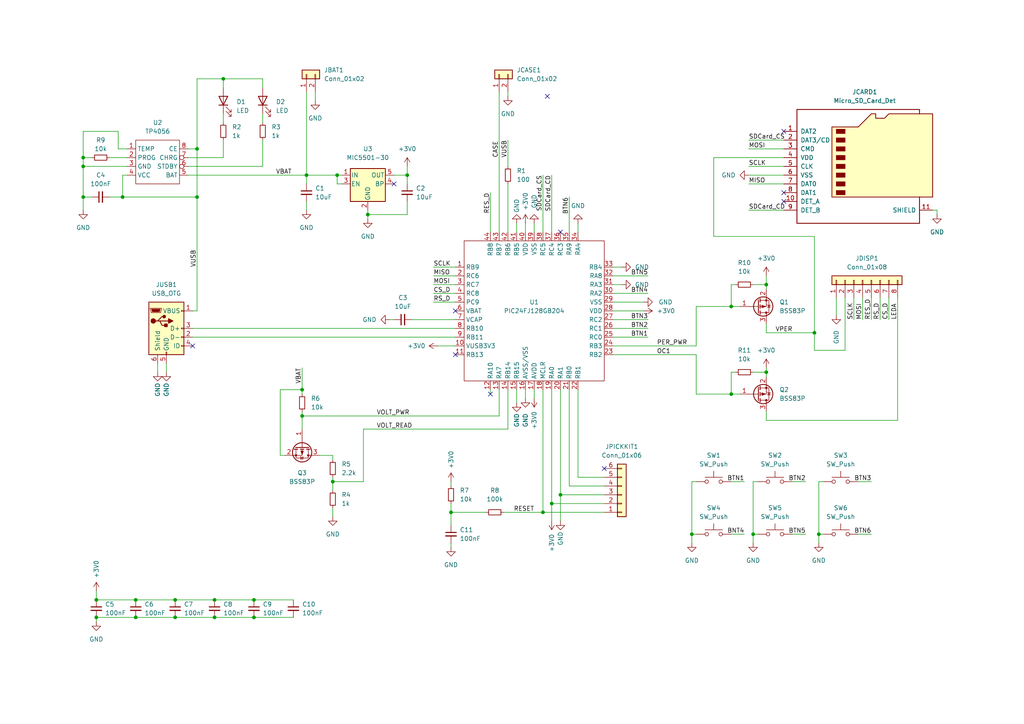
<source format=kicad_sch>
(kicad_sch (version 20211123) (generator eeschema)
  (paper "A4")
  (title_block (title "DataKey") (rev "1"))
  (lib_symbols
    (symbol "Connector:Micro_SD_Card_Det" (pin_names (offset 1.016))
      (property "Reference" "J" (at -16.51 17.78 0))
      (property "Value" "Micro_SD_Card_Det" (at 16.51 17.78 0))
      (symbol "Micro_SD_Card_Det_0_1"
        (rectangle (start -7.62 -6.985) (end -5.08 -8.255) (fill (type outline)))
        (rectangle (start -7.62 -4.445) (end -5.08 -5.715) (fill (type outline)))
        (rectangle (start -7.62 -1.905) (end -5.08 -3.175) (fill (type outline)))
        (rectangle (start -7.62 0.635) (end -5.08 -0.635) (fill (type outline)))
        (rectangle (start -7.62 3.175) (end -5.08 1.905) (fill (type outline)))
        (rectangle (start -7.62 5.715) (end -5.08 4.445) (fill (type outline)))
        (rectangle (start -7.62 8.255) (end -5.08 6.985) (fill (type outline)))
        (rectangle (start -7.62 10.795) (end -5.08 9.525) (fill (type outline)))
        (polyline (pts (xy 16.51 15.24) (xy 16.51 16.51) (xy -19.05 16.51) (xy -19.05 -16.51) (xy 16.51 -16.51) (xy 16.51 -8.89)) (stroke (width 0.254)))
        (polyline (pts (xy -8.89 -8.89) (xy -8.89 11.43) (xy -1.27 11.43) (xy 2.54 15.24) (xy 3.81 15.24) (xy 3.81 13.97) (xy 6.35 13.97) (xy 7.62 15.24) (xy 20.32 15.24) (xy 20.32 -8.89) (xy -8.89 -8.89)) (stroke (width 0.254)) (fill (type background)))
      )
      (symbol "Micro_SD_Card_Det_1_1"
        (pin bidirectional line (at -22.86 10.16 0) (length 3.81) (name "DAT2") (number "1"))
        (pin passive line (at -22.86 -10.16 0) (length 3.81) (name "DET_A") (number "10"))
        (pin passive line (at 20.32 -12.7 180) (length 3.81) (name "SHIELD") (number "11"))
        (pin bidirectional line (at -22.86 7.62 0) (length 3.81) (name "DAT3/CD") (number "2"))
        (pin input line (at -22.86 5.08 0) (length 3.81) (name "CMD") (number "3"))
        (pin power_in line (at -22.86 2.54 0) (length 3.81) (name "VDD") (number "4"))
        (pin input line (at -22.86 0 0) (length 3.81) (name "CLK") (number "5"))
        (pin power_in line (at -22.86 -2.54 0) (length 3.81) (name "VSS") (number "6"))
        (pin bidirectional line (at -22.86 -5.08 0) (length 3.81) (name "DAT0") (number "7"))
        (pin bidirectional line (at -22.86 -7.62 0) (length 3.81) (name "DAT1") (number "8"))
        (pin passive line (at -22.86 -12.7 0) (length 3.81) (name "DET_B") (number "9"))
      )
    )
    (symbol "Connector:USB_OTG" (pin_names (offset 1.016))
      (property "Reference" "J" (at -5.08 11.43 0))
      (property "Value" "USB_OTG" (at -5.08 8.89 0))
      (symbol "USB_OTG_0_1"
        (rectangle (start -5.08 -7.62) (end 5.08 7.62) (stroke (width 0.254)) (fill (type background)))
        (circle (center -3.81 2.159) (radius 0.635) (stroke (width 0.254)) (fill (type outline)))
        (circle (center -0.635 3.429) (radius 0.381) (stroke (width 0.254)) (fill (type outline)))
        (rectangle (start -0.127 -7.62) (end 0.127 -6.858))
        (polyline (pts (xy -1.905 2.159) (xy 0.635 2.159)) (stroke (width 0.254)))
        (polyline (pts (xy -3.175 2.159) (xy -2.54 2.159) (xy -1.27 3.429) (xy -0.635 3.429)) (stroke (width 0.254)))
        (polyline (pts (xy -2.54 2.159) (xy -1.905 2.159) (xy -1.27 0.889) (xy 0 0.889)) (stroke (width 0.254)))
        (polyline (pts (xy 0.635 2.794) (xy 0.635 1.524) (xy 1.905 2.159) (xy 0.635 2.794)) (stroke (width 0.254)) (fill (type outline)))
        (polyline (pts (xy -4.318 5.588) (xy -1.778 5.588) (xy -2.032 4.826) (xy -4.064 4.826) (xy -4.318 5.588)) (fill (type outline)))
        (polyline (pts (xy -4.699 5.842) (xy -4.699 5.588) (xy -4.445 4.826) (xy -4.445 4.572) (xy -1.651 4.572) (xy -1.651 4.826) (xy -1.397 5.588) (xy -1.397 5.842) (xy -4.699 5.842)))
        (rectangle (start 0.254 1.27) (end -0.508 0.508) (stroke (width 0.254)) (fill (type outline)))
        (rectangle (start 5.08 -5.207) (end 4.318 -4.953))
        (rectangle (start 5.08 -2.667) (end 4.318 -2.413))
        (rectangle (start 5.08 -0.127) (end 4.318 0.127))
        (rectangle (start 5.08 4.953) (end 4.318 5.207))
      )
      (symbol "USB_OTG_1_1"
        (pin passive line (at 7.62 5.08 180) (length 2.54) (name "VBUS") (number "1"))
        (pin bidirectional line (at 7.62 -2.54 180) (length 2.54) (name "D-") (number "2"))
        (pin bidirectional line (at 7.62 0 180) (length 2.54) (name "D+") (number "3"))
        (pin passive line (at 7.62 -5.08 180) (length 2.54) (name "ID") (number "4"))
        (pin passive line (at 0 -10.16 90) (length 2.54) (name "GND") (number "5"))
        (pin passive line (at -2.54 -10.16 90) (length 2.54) (name "Shield") (number "6"))
      )
    )
    (symbol "Connector_Generic:Conn_01x02" (pin_names (offset 1.016) hide)
      (property "Reference" "J" (at 0 2.54 0))
      (property "Value" "Conn_01x02" (at 0 -5.08 0))
      (symbol "Conn_01x02_1_1"
        (rectangle (start -1.27 -2.413) (end 0 -2.667) (stroke (width 0.1524)))
        (rectangle (start -1.27 0.127) (end 0 -0.127) (stroke (width 0.1524)))
        (rectangle (start -1.27 1.27) (end 1.27 -3.81) (stroke (width 0.254)) (fill (type background)))
        (pin passive line (at -5.08 0 0) (length 3.81) (name "Pin_1") (number "1"))
        (pin passive line (at -5.08 -2.54 0) (length 3.81) (name "Pin_2") (number "2"))
      )
    )
    (symbol "Connector_Generic:Conn_01x06" (pin_names (offset 1.016) hide)
      (property "Reference" "J" (at 0 7.62 0))
      (property "Value" "Conn_01x06" (at 0 -10.16 0))
      (symbol "Conn_01x06_1_1"
        (rectangle (start -1.27 -7.493) (end 0 -7.747) (stroke (width 0.1524)))
        (rectangle (start -1.27 -4.953) (end 0 -5.207) (stroke (width 0.1524)))
        (rectangle (start -1.27 -2.413) (end 0 -2.667) (stroke (width 0.1524)))
        (rectangle (start -1.27 0.127) (end 0 -0.127) (stroke (width 0.1524)))
        (rectangle (start -1.27 2.667) (end 0 2.413) (stroke (width 0.1524)))
        (rectangle (start -1.27 5.207) (end 0 4.953) (stroke (width 0.1524)))
        (rectangle (start -1.27 6.35) (end 1.27 -8.89) (stroke (width 0.254)) (fill (type background)))
        (pin passive line (at -5.08 5.08 0) (length 3.81) (name "Pin_1") (number "1"))
        (pin passive line (at -5.08 2.54 0) (length 3.81) (name "Pin_2") (number "2"))
        (pin passive line (at -5.08 0 0) (length 3.81) (name "Pin_3") (number "3"))
        (pin passive line (at -5.08 -2.54 0) (length 3.81) (name "Pin_4") (number "4"))
        (pin passive line (at -5.08 -5.08 0) (length 3.81) (name "Pin_5") (number "5"))
        (pin passive line (at -5.08 -7.62 0) (length 3.81) (name "Pin_6") (number "6"))
      )
    )
    (symbol "Connector_Generic:Conn_01x08" (pin_names (offset 1.016) hide)
      (property "Reference" "J" (at 0 10.16 0))
      (property "Value" "Conn_01x08" (at 0 -12.7 0))
      (symbol "Conn_01x08_1_1"
        (rectangle (start -1.27 -10.033) (end 0 -10.287) (stroke (width 0.1524)))
        (rectangle (start -1.27 -7.493) (end 0 -7.747) (stroke (width 0.1524)))
        (rectangle (start -1.27 -4.953) (end 0 -5.207) (stroke (width 0.1524)))
        (rectangle (start -1.27 -2.413) (end 0 -2.667) (stroke (width 0.1524)))
        (rectangle (start -1.27 0.127) (end 0 -0.127) (stroke (width 0.1524)))
        (rectangle (start -1.27 2.667) (end 0 2.413) (stroke (width 0.1524)))
        (rectangle (start -1.27 5.207) (end 0 4.953) (stroke (width 0.1524)))
        (rectangle (start -1.27 7.747) (end 0 7.493) (stroke (width 0.1524)))
        (rectangle (start -1.27 8.89) (end 1.27 -11.43) (stroke (width 0.254)) (fill (type background)))
        (pin passive line (at -5.08 7.62 0) (length 3.81) (name "Pin_1") (number "1"))
        (pin passive line (at -5.08 5.08 0) (length 3.81) (name "Pin_2") (number "2"))
        (pin passive line (at -5.08 2.54 0) (length 3.81) (name "Pin_3") (number "3"))
        (pin passive line (at -5.08 0 0) (length 3.81) (name "Pin_4") (number "4"))
        (pin passive line (at -5.08 -2.54 0) (length 3.81) (name "Pin_5") (number "5"))
        (pin passive line (at -5.08 -5.08 0) (length 3.81) (name "Pin_6") (number "6"))
        (pin passive line (at -5.08 -7.62 0) (length 3.81) (name "Pin_7") (number "7"))
        (pin passive line (at -5.08 -10.16 0) (length 3.81) (name "Pin_8") (number "8"))
      )
    )
    (symbol "Device:C_Small" (pin_numbers hide) (pin_names (offset 0.254) hide)
      (property "Reference" "C" (at 0.254 1.778 0))
      (property "Value" "C_Small" (at 0.254 -2.032 0))
      (symbol "C_Small_0_1"
        (polyline (pts (xy -1.524 -0.508) (xy 1.524 -0.508)) (stroke (width 0.3302)))
        (polyline (pts (xy -1.524 0.508) (xy 1.524 0.508)) (stroke (width 0.3048)))
      )
      (symbol "C_Small_1_1"
        (pin passive line (at 0 2.54 270) (length 2.032) (name "~") (number "1"))
        (pin passive line (at 0 -2.54 90) (length 2.032) (name "~") (number "2"))
      )
    )
    (symbol "Device:LED" (pin_numbers hide) (pin_names (offset 1.016) hide)
      (property "Reference" "D" (at 0 2.54 0))
      (property "Value" "LED" (at 0 -2.54 0))
      (symbol "LED_0_1"
        (polyline (pts (xy -1.27 -1.27) (xy -1.27 1.27)) (stroke (width 0.254)))
        (polyline (pts (xy -1.27 0) (xy 1.27 0)))
        (polyline (pts (xy 1.27 -1.27) (xy 1.27 1.27) (xy -1.27 0) (xy 1.27 -1.27)) (stroke (width 0.254)))
        (polyline (pts (xy -3.048 -0.762) (xy -4.572 -2.286) (xy -3.81 -2.286) (xy -4.572 -2.286) (xy -4.572 -1.524)))
        (polyline (pts (xy -1.778 -0.762) (xy -3.302 -2.286) (xy -2.54 -2.286) (xy -3.302 -2.286) (xy -3.302 -1.524)))
      )
      (symbol "LED_1_1"
        (pin passive line (at -3.81 0 0) (length 2.54) (name "K") (number "1"))
        (pin passive line (at 3.81 0 180) (length 2.54) (name "A") (number "2"))
      )
    )
    (symbol "Device:R_Small" (pin_numbers hide) (pin_names (offset 0.254) hide)
      (property "Reference" "R" (at 0.762 0.508 0))
      (property "Value" "R_Small" (at 0.762 -1.016 0))
      (symbol "R_Small_0_1"
        (rectangle (start -0.762 1.778) (end 0.762 -1.778) (stroke (width 0.2032)))
      )
      (symbol "R_Small_1_1"
        (pin passive line (at 0 2.54 270) (length 0.762) (name "~") (number "1"))
        (pin passive line (at 0 -2.54 90) (length 0.762) (name "~") (number "2"))
      )
    )
    (symbol "Library:PIC24FJ128GB204"
      (property "Reference" "U" (at 0 0 0))
      (property "Value" "PIC24FJ128GB204" (at 1.27 2.54 0))
      (symbol "PIC24FJ128GB204_0_1"
        (rectangle (start -20.32 20.32) (end 20.32 -20.32))
      )
      (symbol "PIC24FJ128GB204_1_1"
        (pin bidirectional line (at -22.86 12.7 0) (length 2.54) (name "RB9") (number "1"))
        (pin input line (at -22.86 -10.16 0) (length 2.54) (name "VUSB3V3") (number "10"))
        (pin bidirectional line (at -22.86 -12.7 0) (length 2.54) (name "RB13") (number "11"))
        (pin bidirectional line (at -12.7 -22.86 90) (length 2.54) (name "RA10") (number "12"))
        (pin bidirectional line (at -10.16 -22.86 90) (length 2.54) (name "RA7") (number "13"))
        (pin bidirectional line (at -7.62 -22.86 90) (length 2.54) (name "RB14") (number "14"))
        (pin bidirectional line (at -5.08 -22.86 90) (length 2.54) (name "RB15") (number "15"))
        (pin power_in line (at -2.54 -22.86 90) (length 2.54) (name "AVSS/VSS") (number "16"))
        (pin power_in line (at 0 -22.86 90) (length 2.54) (name "AVDD") (number "17"))
        (pin input line (at 2.54 -22.86 90) (length 2.54) (name "MCLR") (number "18"))
        (pin bidirectional line (at 5.08 -22.86 90) (length 2.54) (name "RA0") (number "19"))
        (pin bidirectional line (at -22.86 10.16 0) (length 2.54) (name "RC6") (number "2"))
        (pin bidirectional line (at 7.62 -22.86 90) (length 2.54) (name "RA1") (number "20"))
        (pin bidirectional line (at 10.16 -22.86 90) (length 2.54) (name "RB0") (number "21"))
        (pin bidirectional line (at 12.7 -22.86 90) (length 2.54) (name "RB1") (number "22"))
        (pin bidirectional line (at 22.86 -12.7 180) (length 2.54) (name "RB2") (number "23"))
        (pin bidirectional line (at 22.86 -10.16 180) (length 2.54) (name "RB3") (number "24"))
        (pin bidirectional line (at 22.86 -7.62 180) (length 2.54) (name "RC0") (number "25"))
        (pin bidirectional line (at 22.86 -5.08 180) (length 2.54) (name "RC1") (number "26"))
        (pin bidirectional line (at 22.86 -2.54 180) (length 2.54) (name "RC2") (number "27"))
        (pin power_in line (at 22.86 0 180) (length 2.54) (name "VDD") (number "28"))
        (pin power_in line (at 22.86 2.54 180) (length 2.54) (name "VSS") (number "29"))
        (pin bidirectional line (at -22.86 7.62 0) (length 2.54) (name "RC7") (number "3"))
        (pin bidirectional line (at 22.86 5.08 180) (length 2.54) (name "RA2") (number "30"))
        (pin bidirectional line (at 22.86 7.62 180) (length 2.54) (name "RA3") (number "31"))
        (pin bidirectional line (at 22.86 10.16 180) (length 2.54) (name "RA8") (number "32"))
        (pin bidirectional line (at 22.86 12.7 180) (length 2.54) (name "RB4") (number "33"))
        (pin bidirectional line (at 12.7 22.86 270) (length 2.54) (name "RA4") (number "34"))
        (pin bidirectional line (at 10.16 22.86 270) (length 2.54) (name "RA9") (number "35"))
        (pin bidirectional line (at 7.62 22.86 270) (length 2.54) (name "RC3") (number "36"))
        (pin bidirectional line (at 5.08 22.86 270) (length 2.54) (name "RC4") (number "37"))
        (pin bidirectional line (at 2.54 22.86 270) (length 2.54) (name "RC5") (number "38"))
        (pin power_in line (at 0 22.86 270) (length 2.54) (name "VSS") (number "39"))
        (pin bidirectional line (at -22.86 5.08 0) (length 2.54) (name "RC8") (number "4"))
        (pin power_in line (at -2.54 22.86 270) (length 2.54) (name "VDD") (number "40"))
        (pin bidirectional line (at -5.08 22.86 270) (length 2.54) (name "RB5") (number "41"))
        (pin bidirectional line (at -7.62 22.86 270) (length 2.54) (name "RB6") (number "42"))
        (pin bidirectional line (at -10.16 22.86 270) (length 2.54) (name "RB7") (number "43"))
        (pin bidirectional line (at -12.7 22.86 270) (length 2.54) (name "RB8") (number "44"))
        (pin bidirectional line (at -22.86 2.54 0) (length 2.54) (name "PC9") (number "5"))
        (pin input line (at -22.86 0 0) (length 2.54) (name "VBAT") (number "6"))
        (pin input line (at -22.86 -2.54 0) (length 2.54) (name "VCAP") (number "7"))
        (pin bidirectional line (at -22.86 -5.08 0) (length 2.54) (name "RB10") (number "8"))
        (pin bidirectional line (at -22.86 -7.62 0) (length 2.54) (name "RB11") (number "9"))
      )
    )
    (symbol "Library:TP4056"
      (property "Reference" "U" (at 0 0 0))
      (property "Value" "TP4056" (at 0 2.54 0))
      (symbol "TP4056_0_1"
        (rectangle (start -6.35 -1.27) (end 6.35 -13.97))
      )
      (symbol "TP4056_1_1"
        (pin input line (at -8.89 -3.81 0) (length 2.54) (name "TEMP") (number "1"))
        (pin input line (at -8.89 -6.35 0) (length 2.54) (name "PROG") (number "2"))
        (pin power_in line (at -8.89 -8.89 0) (length 2.54) (name "GND") (number "3"))
        (pin power_in line (at -8.89 -11.43 0) (length 2.54) (name "VCC") (number "4"))
        (pin output line (at 8.89 -11.43 180) (length 2.54) (name "BAT") (number "5"))
        (pin output inverted (at 8.89 -8.89 180) (length 2.54) (name "STDBY") (number "6"))
        (pin output inverted (at 8.89 -6.35 180) (length 2.54) (name "CHRG") (number "7"))
        (pin input line (at 8.89 -3.81 180) (length 2.54) (name "CE") (number "8"))
      )
    )
    (symbol "Regulator_Linear:AP131-30" (pin_names (offset 0.254))
      (property "Reference" "U" (at -3.81 5.715 0))
      (property "Value" "AP131-30" (at 0 5.715 0))
      (symbol "AP131-30_0_1"
        (rectangle (start -5.08 4.445) (end 5.08 -5.08) (stroke (width 0.254)) (fill (type background)))
      )
      (symbol "AP131-30_1_1"
        (pin power_in line (at -7.62 2.54 0) (length 2.54) (name "IN") (number "1"))
        (pin power_in line (at 0 -7.62 90) (length 2.54) (name "GND") (number "2"))
        (pin input line (at -7.62 0 0) (length 2.54) (name "EN") (number "3"))
        (pin input line (at 7.62 0 180) (length 2.54) (name "BP") (number "4"))
        (pin power_out line (at 7.62 2.54 180) (length 2.54) (name "OUT") (number "5"))
      )
    )
    (symbol "Switch:SW_Push" (pin_numbers hide) (pin_names (offset 1.016) hide)
      (property "Reference" "SW" (at 1.27 2.54 0))
      (property "Value" "SW_Push" (at 0 -1.524 0))
      (symbol "SW_Push_0_1"
        (circle (center -2.032 0) (radius 0.508))
        (polyline (pts (xy 0 1.27) (xy 0 3.048)))
        (polyline (pts (xy 2.54 1.27) (xy -2.54 1.27)))
        (circle (center 2.032 0) (radius 0.508))
        (pin passive line (at -5.08 0 0) (length 2.54) (name "1") (number "1"))
        (pin passive line (at 5.08 0 180) (length 2.54) (name "2") (number "2"))
      )
    )
    (symbol "Transistor_FET:BSS83P" (pin_names hide)
      (property "Reference" "Q" (at 5.08 1.905 0))
      (property "Value" "BSS83P" (at 5.08 0 0))
      (symbol "BSS83P_0_1"
        (polyline (pts (xy 0.254 0) (xy -2.54 0)))
        (polyline (pts (xy 0.254 1.905) (xy 0.254 -1.905)) (stroke (width 0.254)))
        (polyline (pts (xy 0.762 -1.27) (xy 0.762 -2.286)) (stroke (width 0.254)))
        (polyline (pts (xy 0.762 0.508) (xy 0.762 -0.508)) (stroke (width 0.254)))
        (polyline (pts (xy 0.762 2.286) (xy 0.762 1.27)) (stroke (width 0.254)))
        (polyline (pts (xy 2.54 2.54) (xy 2.54 1.778)))
        (polyline (pts (xy 2.54 -2.54) (xy 2.54 0) (xy 0.762 0)))
        (polyline (pts (xy 0.762 1.778) (xy 3.302 1.778) (xy 3.302 -1.778) (xy 0.762 -1.778)))
        (polyline (pts (xy 2.286 0) (xy 1.27 0.381) (xy 1.27 -0.381) (xy 2.286 0)) (fill (type outline)))
        (polyline (pts (xy 2.794 -0.508) (xy 2.921 -0.381) (xy 3.683 -0.381) (xy 3.81 -0.254)))
        (polyline (pts (xy 3.302 -0.381) (xy 2.921 0.254) (xy 3.683 0.254) (xy 3.302 -0.381)))
        (circle (center 1.651 0) (radius 2.794) (stroke (width 0.254)))
        (circle (center 2.54 -1.778) (radius 0.254) (fill (type outline)))
        (circle (center 2.54 1.778) (radius 0.254) (fill (type outline)))
      )
      (symbol "BSS83P_1_1"
        (pin input line (at -5.08 0 0) (length 2.54) (name "G") (number "1"))
        (pin passive line (at 2.54 -5.08 90) (length 2.54) (name "S") (number "2"))
        (pin passive line (at 2.54 5.08 270) (length 2.54) (name "D") (number "3"))
      )
    )
    (symbol "power:+3V0" (power) (pin_names (offset 0))
      (property "Value" "+3V0" (at 0 3.556 0))
      (symbol "+3V0_0_1"
        (polyline (pts (xy -0.762 1.27) (xy 0 2.54)))
        (polyline (pts (xy 0 0) (xy 0 2.54)))
        (polyline (pts (xy 0 2.54) (xy 0.762 1.27)))
      )
      (symbol "+3V0_1_1"
        (pin power_in line (at 0 0 90) (length 0) hide (name "+3V0") (number "1"))
      )
    )
    (symbol "power:GND" (power) (pin_names (offset 0))
      (property "Value" "GND" (at 0 -3.81 0))
      (symbol "GND_0_1"
        (polyline (pts (xy 0 0) (xy 0 -1.27) (xy 1.27 -1.27) (xy 0 -2.54) (xy -1.27 -1.27) (xy 0 -1.27)))
      )
      (symbol "GND_1_1"
        (pin power_in line (at 0 0 270) (length 0) hide (name "GND") (number "1"))
      )
    )
  )
  (junction (at 24.13 48.26))
  (junction (at 27.94 173.99))
  (junction (at 212.09 88.9))
  (junction (at 157.48 148.59))
  (junction (at 218.44 154.94))
  (junction (at 87.63 113.03))
  (junction (at 222.25 107.95))
  (junction (at 35.56 57.15))
  (junction (at 96.52 139.7))
  (junction (at 237.49 154.94))
  (junction (at 97.79 50.8))
  (junction (at 39.37 179.07))
  (junction (at 200.66 154.94))
  (junction (at 62.23 173.99))
  (junction (at 73.66 173.99))
  (junction (at 24.13 57.15))
  (junction (at 50.8 173.99))
  (junction (at 24.13 45.72))
  (junction (at 222.25 82.55))
  (junction (at 39.37 173.99))
  (junction (at 50.8 179.07))
  (junction (at 106.68 62.23))
  (junction (at 87.63 120.65))
  (junction (at 118.11 50.8))
  (junction (at 57.15 57.15))
  (junction (at 130.81 148.59))
  (junction (at 62.23 179.07))
  (junction (at 160.02 146.05))
  (junction (at 212.09 114.3))
  (junction (at 27.94 179.07))
  (junction (at 73.66 179.07))
  (junction (at 57.15 43.18))
  (junction (at 162.56 143.51))
  (junction (at 64.77 22.86))
  (junction (at 236.22 96.52))
  (junction (at 88.9 50.8))
  (no_connect (at 114.3 53.34))
  (no_connect (at 162.56 67.31))
  (no_connect (at 227.33 55.88))
  (no_connect (at 227.33 38.1))
  (no_connect (at 55.88 100.33))
  (no_connect (at 142.24 114.3))
  (no_connect (at 132.08 102.87))
  (no_connect (at 132.08 90.17))
  (no_connect (at 175.26 135.89))
  (no_connect (at 158.75 27.94))
  (no_connect (at 227.33 58.42))
  (wire (pts (xy 213.36 107.95) (xy 212.09 107.95)))
  (wire (pts (xy 87.63 113.03) (xy 87.63 114.3)))
  (wire (pts (xy 157.48 50.8) (xy 157.48 67.31)))
  (wire (pts (xy 130.81 157.48) (xy 130.81 158.75)))
  (wire (pts (xy 260.35 86.36) (xy 260.35 121.92)))
  (wire (pts (xy 87.63 119.38) (xy 87.63 120.65)))
  (wire (pts (xy 87.63 113.03) (xy 81.28 113.03)))
  (wire (pts (xy 152.4 64.77) (xy 152.4 67.31)))
  (wire (pts (xy 255.27 86.36) (xy 255.27 92.71)))
  (wire (pts (xy 54.61 48.26) (xy 76.2 48.26)))
  (wire (pts (xy 160.02 146.05) (xy 160.02 151.13)))
  (wire (pts (xy 27.94 171.45) (xy 27.94 173.99)))
  (wire (pts (xy 160.02 50.8) (xy 160.02 67.31)))
  (wire (pts (xy 154.94 64.77) (xy 154.94 67.31)))
  (wire (pts (xy 64.77 40.64) (xy 64.77 45.72)))
  (wire (pts (xy 167.64 113.03) (xy 167.64 138.43)))
  (wire (pts (xy 55.88 90.17) (xy 57.15 90.17)))
  (wire (pts (xy 218.44 82.55) (xy 222.25 82.55)))
  (wire (pts (xy 177.8 87.63) (xy 186.69 87.63)))
  (wire (pts (xy 24.13 57.15) (xy 26.67 57.15)))
  (wire (pts (xy 175.26 138.43) (xy 167.64 138.43)))
  (wire (pts (xy 271.78 60.96) (xy 271.78 62.23)))
  (wire (pts (xy 118.11 48.26) (xy 118.11 50.8)))
  (wire (pts (xy 113.03 92.71) (xy 114.3 92.71)))
  (wire (pts (xy 177.8 102.87) (xy 201.93 102.87)))
  (wire (pts (xy 217.17 48.26) (xy 227.33 48.26)))
  (wire (pts (xy 45.72 105.41) (xy 45.72 107.95)))
  (wire (pts (xy 142.24 55.88) (xy 142.24 67.31)))
  (wire (pts (xy 212.09 82.55) (xy 212.09 88.9)))
  (wire (pts (xy 27.94 179.07) (xy 39.37 179.07)))
  (wire (pts (xy 222.25 80.01) (xy 222.25 82.55)))
  (wire (pts (xy 165.1 113.03) (xy 165.1 140.97)))
  (wire (pts (xy 57.15 22.86) (xy 64.77 22.86)))
  (wire (pts (xy 162.56 143.51) (xy 162.56 151.13)))
  (wire (pts (xy 217.17 40.64) (xy 227.33 40.64)))
  (wire (pts (xy 87.63 106.68) (xy 87.63 113.03)))
  (wire (pts (xy 125.73 85.09) (xy 132.08 85.09)))
  (wire (pts (xy 212.09 88.9) (xy 214.63 88.9)))
  (wire (pts (xy 218.44 154.94) (xy 219.71 154.94)))
  (wire (pts (xy 64.77 33.02) (xy 64.77 35.56)))
  (wire (pts (xy 118.11 50.8) (xy 118.11 53.34)))
  (wire (pts (xy 177.8 95.25) (xy 187.96 95.25)))
  (wire (pts (xy 152.4 113.03) (xy 152.4 115.57)))
  (wire (pts (xy 105.41 139.7) (xy 96.52 139.7)))
  (wire (pts (xy 96.52 132.08) (xy 96.52 133.35)))
  (wire (pts (xy 200.66 139.7) (xy 201.93 139.7)))
  (wire (pts (xy 127 100.33) (xy 132.08 100.33)))
  (wire (pts (xy 212.09 139.7) (xy 215.9 139.7)))
  (wire (pts (xy 48.26 105.41) (xy 48.26 107.95)))
  (wire (pts (xy 105.41 124.46) (xy 105.41 139.7)))
  (wire (pts (xy 149.86 113.03) (xy 149.86 116.84)))
  (wire (pts (xy 217.17 53.34) (xy 227.33 53.34)))
  (wire (pts (xy 147.32 113.03) (xy 147.32 124.46)))
  (wire (pts (xy 236.22 68.58) (xy 236.22 96.52)))
  (wire (pts (xy 177.8 85.09) (xy 187.96 85.09)))
  (wire (pts (xy 217.17 43.18) (xy 227.33 43.18)))
  (wire (pts (xy 167.64 64.77) (xy 167.64 67.31)))
  (wire (pts (xy 177.8 100.33) (xy 201.93 100.33)))
  (wire (pts (xy 214.63 114.3) (xy 212.09 114.3)))
  (wire (pts (xy 73.66 179.07) (xy 85.09 179.07)))
  (wire (pts (xy 250.19 86.36) (xy 250.19 92.71)))
  (wire (pts (xy 24.13 38.1) (xy 24.13 45.72)))
  (wire (pts (xy 218.44 139.7) (xy 219.71 139.7)))
  (wire (pts (xy 252.73 86.36) (xy 252.73 92.71)))
  (wire (pts (xy 177.8 77.47) (xy 180.34 77.47)))
  (wire (pts (xy 57.15 43.18) (xy 57.15 57.15)))
  (wire (pts (xy 57.15 43.18) (xy 57.15 22.86)))
  (wire (pts (xy 24.13 45.72) (xy 24.13 48.26)))
  (wire (pts (xy 64.77 22.86) (xy 76.2 22.86)))
  (wire (pts (xy 154.94 113.03) (xy 154.94 115.57)))
  (wire (pts (xy 237.49 157.48) (xy 237.49 154.94)))
  (wire (pts (xy 160.02 113.03) (xy 160.02 146.05)))
  (wire (pts (xy 177.8 90.17) (xy 186.69 90.17)))
  (wire (pts (xy 177.8 97.79) (xy 187.96 97.79)))
  (wire (pts (xy 207.01 68.58) (xy 236.22 68.58)))
  (wire (pts (xy 248.92 139.7) (xy 252.73 139.7)))
  (wire (pts (xy 213.36 82.55) (xy 212.09 82.55)))
  (wire (pts (xy 177.8 92.71) (xy 187.96 92.71)))
  (wire (pts (xy 55.88 95.25) (xy 132.08 95.25)))
  (wire (pts (xy 62.23 173.99) (xy 73.66 173.99)))
  (wire (pts (xy 97.79 50.8) (xy 97.79 53.34)))
  (wire (pts (xy 207.01 45.72) (xy 227.33 45.72)))
  (wire (pts (xy 34.29 43.18) (xy 36.83 43.18)))
  (wire (pts (xy 27.94 173.99) (xy 39.37 173.99)))
  (wire (pts (xy 125.73 82.55) (xy 132.08 82.55)))
  (wire (pts (xy 88.9 50.8) (xy 88.9 53.34)))
  (wire (pts (xy 248.92 154.94) (xy 252.73 154.94)))
  (wire (pts (xy 229.87 154.94) (xy 233.68 154.94)))
  (wire (pts (xy 96.52 139.7) (xy 96.52 142.24)))
  (wire (pts (xy 125.73 80.01) (xy 132.08 80.01)))
  (wire (pts (xy 76.2 40.64) (xy 76.2 48.26)))
  (wire (pts (xy 212.09 107.95) (xy 212.09 114.3)))
  (wire (pts (xy 130.81 139.7) (xy 130.81 140.97)))
  (wire (pts (xy 76.2 33.02) (xy 76.2 35.56)))
  (wire (pts (xy 222.25 96.52) (xy 236.22 96.52)))
  (wire (pts (xy 177.8 80.01) (xy 187.96 80.01)))
  (wire (pts (xy 35.56 50.8) (xy 36.83 50.8)))
  (wire (pts (xy 106.68 62.23) (xy 106.68 63.5)))
  (wire (pts (xy 106.68 60.96) (xy 106.68 62.23)))
  (wire (pts (xy 97.79 53.34) (xy 99.06 53.34)))
  (wire (pts (xy 175.26 140.97) (xy 165.1 140.97)))
  (wire (pts (xy 147.32 124.46) (xy 105.41 124.46)))
  (wire (pts (xy 165.1 57.15) (xy 165.1 67.31)))
  (wire (pts (xy 81.28 113.03) (xy 81.28 132.08)))
  (wire (pts (xy 222.25 121.92) (xy 260.35 121.92)))
  (wire (pts (xy 125.73 77.47) (xy 132.08 77.47)))
  (wire (pts (xy 201.93 88.9) (xy 212.09 88.9)))
  (wire (pts (xy 81.28 132.08) (xy 82.55 132.08)))
  (wire (pts (xy 229.87 139.7) (xy 233.68 139.7)))
  (wire (pts (xy 237.49 154.94) (xy 237.49 139.7)))
  (wire (pts (xy 87.63 120.65) (xy 144.78 120.65)))
  (wire (pts (xy 39.37 179.07) (xy 50.8 179.07)))
  (wire (pts (xy 64.77 22.86) (xy 64.77 25.4)))
  (wire (pts (xy 257.81 86.36) (xy 257.81 92.71)))
  (wire (pts (xy 55.88 97.79) (xy 132.08 97.79)))
  (wire (pts (xy 200.66 157.48) (xy 200.66 154.94)))
  (wire (pts (xy 119.38 92.71) (xy 132.08 92.71)))
  (wire (pts (xy 237.49 154.94) (xy 238.76 154.94)))
  (wire (pts (xy 236.22 96.52) (xy 236.22 101.6)))
  (wire (pts (xy 50.8 173.99) (xy 62.23 173.99)))
  (wire (pts (xy 222.25 106.68) (xy 222.25 107.95)))
  (wire (pts (xy 88.9 50.8) (xy 97.79 50.8)))
  (wire (pts (xy 39.37 173.99) (xy 50.8 173.99)))
  (wire (pts (xy 34.29 43.18) (xy 34.29 38.1)))
  (wire (pts (xy 245.11 86.36) (xy 245.11 101.6)))
  (wire (pts (xy 57.15 57.15) (xy 35.56 57.15)))
  (wire (pts (xy 157.48 113.03) (xy 157.48 148.59)))
  (wire (pts (xy 106.68 62.23) (xy 118.11 62.23)))
  (wire (pts (xy 118.11 58.42) (xy 118.11 62.23)))
  (wire (pts (xy 87.63 120.65) (xy 87.63 124.46)))
  (wire (pts (xy 92.71 132.08) (xy 96.52 132.08)))
  (wire (pts (xy 97.79 50.8) (xy 99.06 50.8)))
  (wire (pts (xy 147.32 40.64) (xy 147.32 48.26)))
  (wire (pts (xy 142.24 113.03) (xy 142.24 114.3)))
  (wire (pts (xy 144.78 26.67) (xy 144.78 67.31)))
  (wire (pts (xy 24.13 48.26) (xy 24.13 57.15)))
  (wire (pts (xy 54.61 43.18) (xy 57.15 43.18)))
  (wire (pts (xy 57.15 57.15) (xy 57.15 90.17)))
  (wire (pts (xy 222.25 121.92) (xy 222.25 119.38)))
  (wire (pts (xy 31.75 45.72) (xy 36.83 45.72)))
  (wire (pts (xy 212.09 154.94) (xy 215.9 154.94)))
  (wire (pts (xy 88.9 58.42) (xy 88.9 60.96)))
  (wire (pts (xy 222.25 96.52) (xy 222.25 93.98)))
  (wire (pts (xy 130.81 148.59) (xy 140.97 148.59)))
  (wire (pts (xy 247.65 86.36) (xy 247.65 92.71)))
  (wire (pts (xy 96.52 138.43) (xy 96.52 139.7)))
  (wire (pts (xy 147.32 26.67) (xy 147.32 27.94)))
  (wire (pts (xy 34.29 38.1) (xy 24.13 38.1)))
  (wire (pts (xy 114.3 50.8) (xy 118.11 50.8)))
  (wire (pts (xy 27.94 179.07) (xy 27.94 180.34)))
  (wire (pts (xy 54.61 50.8) (xy 88.9 50.8)))
  (wire (pts (xy 212.09 114.3) (xy 201.93 114.3)))
  (wire (pts (xy 177.8 82.55) (xy 180.34 82.55)))
  (wire (pts (xy 222.25 83.82) (xy 222.25 82.55)))
  (wire (pts (xy 146.05 148.59) (xy 157.48 148.59)))
  (wire (pts (xy 24.13 57.15) (xy 24.13 60.96)))
  (wire (pts (xy 35.56 50.8) (xy 35.56 57.15)))
  (wire (pts (xy 218.44 154.94) (xy 218.44 139.7)))
  (wire (pts (xy 217.17 60.96) (xy 227.33 60.96)))
  (wire (pts (xy 218.44 107.95) (xy 222.25 107.95)))
  (wire (pts (xy 125.73 87.63) (xy 132.08 87.63)))
  (wire (pts (xy 237.49 139.7) (xy 238.76 139.7)))
  (wire (pts (xy 207.01 68.58) (xy 207.01 45.72)))
  (wire (pts (xy 218.44 157.48) (xy 218.44 154.94)))
  (wire (pts (xy 130.81 148.59) (xy 130.81 152.4)))
  (wire (pts (xy 24.13 45.72) (xy 26.67 45.72)))
  (wire (pts (xy 24.13 48.26) (xy 36.83 48.26)))
  (wire (pts (xy 175.26 148.59) (xy 157.48 148.59)))
  (wire (pts (xy 200.66 154.94) (xy 201.93 154.94)))
  (wire (pts (xy 91.44 26.67) (xy 91.44 29.21)))
  (wire (pts (xy 149.86 64.77) (xy 149.86 67.31)))
  (wire (pts (xy 162.56 113.03) (xy 162.56 143.51)))
  (wire (pts (xy 222.25 107.95) (xy 222.25 109.22)))
  (wire (pts (xy 201.93 114.3) (xy 201.93 102.87)))
  (wire (pts (xy 144.78 120.65) (xy 144.78 113.03)))
  (wire (pts (xy 236.22 101.6) (xy 245.11 101.6)))
  (wire (pts (xy 270.51 60.96) (xy 271.78 60.96)))
  (wire (pts (xy 62.23 179.07) (xy 73.66 179.07)))
  (wire (pts (xy 96.52 147.32) (xy 96.52 149.86)))
  (wire (pts (xy 175.26 146.05) (xy 160.02 146.05)))
  (wire (pts (xy 130.81 146.05) (xy 130.81 148.59)))
  (wire (pts (xy 200.66 154.94) (xy 200.66 139.7)))
  (wire (pts (xy 50.8 179.07) (xy 62.23 179.07)))
  (wire (pts (xy 31.75 57.15) (xy 35.56 57.15)))
  (wire (pts (xy 242.57 86.36) (xy 242.57 91.44)))
  (wire (pts (xy 217.17 50.8) (xy 227.33 50.8)))
  (wire (pts (xy 73.66 173.99) (xy 85.09 173.99)))
  (wire (pts (xy 175.26 143.51) (xy 162.56 143.51)))
  (wire (pts (xy 76.2 22.86) (xy 76.2 25.4)))
  (wire (pts (xy 201.93 88.9) (xy 201.93 100.33)))
  (wire (pts (xy 88.9 26.67) (xy 88.9 50.8)))
  (wire (pts (xy 54.61 45.72) (xy 64.77 45.72)))
  (wire (pts (xy 147.32 53.34) (xy 147.32 67.31)))
  (label "MOSI" (at 250.19 92.71 90))
  (label "BTN1" (at 187.96 97.79 180))
  (label "MOSI" (at 217.17 43.18 0))
  (label "VBAT" (at 87.63 106.68 270))
  (label "SCLK" (at 217.17 48.26 0))
  (label "SCLK" (at 247.65 92.71 90))
  (label "LEDA" (at 260.35 92.71 90))
  (label "BTN2" (at 233.68 139.7 180))
  (label "VUSB" (at 57.15 72.39 270))
  (label "BTN1" (at 215.9 139.7 180))
  (label "SDCard_CS" (at 217.17 40.64 0))
  (label "BTN3" (at 187.96 92.71 180))
  (label "RES_D" (at 142.24 55.88 270))
  (label "VUSB" (at 147.32 40.64 270))
  (label "SDCard_CS" (at 157.48 50.8 270))
  (label "CS_D" (at 257.81 92.71 90))
  (label "CASE" (at 144.78 45.72 90))
  (label "PER_PWR" (at 190.5 100.33 0))
  (label "SCLK" (at 125.73 77.47 0))
  (label "SDCard_CD" (at 160.02 50.8 270))
  (label "BTN2" (at 187.96 95.25 180))
  (label "RS_D" (at 125.73 87.63 0))
  (label "VPER" (at 229.87 96.52 180))
  (label "RS_D" (at 255.27 92.71 90))
  (label "MISO" (at 125.73 80.01 0))
  (label "BTN4" (at 187.96 85.09 180))
  (label "SDCard_CD" (at 217.17 60.96 0))
  (label "BTN3" (at 252.73 139.7 180))
  (label "MOSI" (at 125.73 82.55 0))
  (label "RES_D" (at 252.73 92.71 90))
  (label "VOLT_PWR" (at 109.22 120.65 0))
  (label "BTN5" (at 187.96 80.01 180))
  (label "OC1" (at 190.5 102.87 0))
  (label "VBAT" (at 80.01 50.8 0))
  (label "BTN6" (at 252.73 154.94 180))
  (label "VOLT_READ" (at 109.22 124.46 0))
  (label "RESET" (at 154.94 148.59 180))
  (label "BTN5" (at 233.68 154.94 180))
  (label "BTN6" (at 165.1 57.15 270))
  (label "MISO" (at 217.17 53.34 0))
  (label "BNT4" (at 215.9 154.94 180))
  (label "CS_D" (at 125.73 85.09 0))
  (symbol (lib_id "Device:C_Small") (at 116.84 92.71 90) (unit 1)
    (property "Reference" "C3" (at 116.8463 86.36 90))
    (property "Value" "10uF" (at 116.8463 88.9 90))
    (property "Footprint" "Capacitor_SMD:C_0805_2012Metric_Pad1.18x1.45mm_HandSolder" (effects hide))
  )
  (symbol (lib_id "Switch:SW_Push") (at 207.01 139.7 0) (unit 1)
    (property "Reference" "SW1" (at 207.01 132.08 0))
    (property "Value" "SW_Push" (at 207.01 134.62 0))
    (property "Footprint" "Button_Switch_SMD:SW_Push_1P1T_NO_6x6mm_H9.5mm" (effects hide))
  )
  (symbol (lib_id "power:GND") (at 106.68 63.5 0) (unit 1)
    (property "Reference" "#PWR09" (effects hide))
    (property "Value" "GND" (at 106.68 68.58 0))
  )
  (symbol (lib_id "Device:R_Small") (at 215.9 82.55 90) (unit 1)
    (property "Reference" "R10" (at 215.9 76.2 90))
    (property "Value" "10k" (at 215.9 78.74 90))
    (property "Footprint" "Resistor_SMD:R_0805_2012Metric_Pad1.20x1.40mm_HandSolder" (effects hide))
  )
  (symbol (lib_id "power:GND") (at 96.52 149.86 0) (unit 1)
    (property "Reference" "#PWR08" (effects hide))
    (property "Value" "GND" (at 96.52 154.94 0))
  )
  (symbol (lib_id "power:GND") (at 24.13 60.96 0) (unit 1)
    (property "Reference" "#PWR01" (effects hide))
    (property "Value" "GND" (at 24.13 66.04 0))
  )
  (symbol (lib_id "power:GND") (at 27.94 180.34 0) (unit 1)
    (property "Reference" "#PWR03" (effects hide))
    (property "Value" "GND" (at 27.94 185.42 0))
  )
  (symbol (lib_id "power:+3V0") (at 154.94 115.57 180) (unit 1)
    (property "Reference" "#PWR018" (effects hide))
    (property "Value" "+3V0" (at 154.94 121.92 90))
  )
  (symbol (lib_id "Transistor_FET:BSS83P") (at 219.71 88.9 0) (mirror x) (unit 1)
    (property "Reference" "Q1" (at 226.06 87.6299 0) (effects (justify left)))
    (property "Value" "BSS83P" (at 226.06 90.1699 0) (effects (justify left)))
    (property "Footprint" "Package_TO_SOT_SMD:SOT-23" (effects hide))
    (property "Datasheet" "http://www.farnell.com/datasheets/1835997.pdf" (effects hide))
  )
  (symbol (lib_id "power:GND") (at 48.26 107.95 0) (unit 1)
    (property "Reference" "#PWR05" (effects hide))
    (property "Value" "GND" (at 48.26 113.03 90))
  )
  (symbol (lib_id "Switch:SW_Push") (at 207.01 154.94 0) (unit 1)
    (property "Reference" "SW4" (at 207.01 147.32 0))
    (property "Value" "SW_Push" (at 207.01 149.86 0))
    (property "Footprint" "Button_Switch_SMD:SW_Push_1P1T_NO_6x6mm_H9.5mm" (effects hide))
  )
  (symbol (lib_id "Switch:SW_Push") (at 224.79 154.94 0) (unit 1)
    (property "Reference" "SW5" (at 224.79 147.32 0))
    (property "Value" "SW_Push" (at 224.79 149.86 0))
    (property "Footprint" "Button_Switch_SMD:SW_Push_1P1T_NO_6x6mm_H9.5mm" (effects hide))
  )
  (symbol (lib_id "power:GND") (at 130.81 158.75 0) (unit 1)
    (property "Reference" "#PWR014" (effects hide))
    (property "Value" "GND" (at 130.81 163.83 0))
  )
  (symbol (lib_id "Switch:SW_Push") (at 243.84 139.7 0) (unit 1)
    (property "Reference" "SW3" (at 243.84 132.08 0))
    (property "Value" "SW_Push" (at 243.84 134.62 0))
    (property "Footprint" "Button_Switch_SMD:SW_Push_1P1T_NO_6x6mm_H9.5mm" (effects hide))
  )
  (symbol (lib_id "power:GND") (at 271.78 62.23 0) (unit 1)
    (property "Reference" "#PWR029" (effects hide))
    (property "Value" "GND" (at 271.78 67.31 0))
  )
  (symbol (lib_id "Switch:SW_Push") (at 243.84 154.94 0) (unit 1)
    (property "Reference" "SW6" (at 243.84 147.32 0))
    (property "Value" "SW_Push" (at 243.84 149.86 0))
    (property "Footprint" "Button_Switch_SMD:SW_Push_1P1T_NO_6x6mm_H9.5mm" (effects hide))
  )
  (symbol (lib_id "power:GND") (at 167.64 64.77 180) (unit 1)
    (property "Reference" "#PWR0103" (effects hide))
    (property "Value" "GND" (at 167.64 59.69 0))
  )
  (symbol (lib_id "Device:C_Small") (at 27.94 176.53 0) (unit 1)
    (property "Reference" "C5" (at 30.48 175.2662 0) (effects (justify left)))
    (property "Value" "100nF" (at 30.48 177.8062 0) (effects (justify left)))
    (property "Footprint" "Capacitor_SMD:C_0603_1608Metric_Pad1.08x0.95mm_HandSolder" (effects hide))
  )
  (symbol (lib_id "power:GND") (at 186.69 87.63 90) (unit 1)
    (property "Reference" "#PWR021" (effects hide))
    (property "Value" "GND" (at 193.04 87.63 90))
  )
  (symbol (lib_id "power:GND") (at 113.03 92.71 270) (unit 1)
    (property "Reference" "#PWR010" (effects hide))
    (property "Value" "GND" (at 109.22 92.7099 90) (effects (justify right)))
  )
  (symbol (lib_id "Connector_Generic:Conn_01x06") (at 180.34 143.51 0) (mirror x) (unit 1)
    (property "Reference" "JPICKKIT1" (at 180.34 129.54 0))
    (property "Value" "Conn_01x06" (at 180.34 132.08 0))
    (property "Footprint" "Connector_PinHeader_2.54mm:PinHeader_1x06_P2.54mm_Vertical" (effects hide))
  )
  (symbol (lib_id "power:+3V0") (at 222.25 80.01 0) (unit 1)
    (property "Reference" "#PWR024" (effects hide))
    (property "Value" "+3V0" (at 222.25 74.93 0))
  )
  (symbol (lib_id "power:GND") (at 149.86 116.84 0) (unit 1)
    (property "Reference" "#PWR0102" (effects hide))
    (property "Value" "GND" (at 149.86 121.92 90))
  )
  (symbol (lib_id "Device:LED") (at 64.77 29.21 90) (unit 1)
    (property "Reference" "D1" (at 68.58 29.5274 90) (effects (justify right)))
    (property "Value" "LED" (at 68.58 32.0674 90) (effects (justify right)))
    (property "Footprint" "LED_SMD:LED_0805_2012Metric_Pad1.15x1.40mm_HandSolder" (effects hide))
  )
  (symbol (lib_id "power:+3V0") (at 130.81 139.7 0) (unit 1)
    (property "Reference" "#PWR013" (effects hide))
    (property "Value" "+3V0" (at 130.81 133.35 90))
  )
  (symbol (lib_id "Device:R_Small") (at 143.51 148.59 90) (unit 1)
    (property "Reference" "R8" (at 143.51 142.24 90))
    (property "Value" "100k" (at 143.51 144.78 90))
    (property "Footprint" "Resistor_SMD:R_0805_2012Metric_Pad1.20x1.40mm_HandSolder" (effects hide))
  )
  (symbol (lib_id "Device:R_Small") (at 130.81 143.51 0) (unit 1)
    (property "Reference" "R7" (at 133.35 142.2399 0) (effects (justify left)))
    (property "Value" "10k" (at 133.35 144.7799 0) (effects (justify left)))
    (property "Footprint" "Resistor_SMD:R_0805_2012Metric_Pad1.20x1.40mm_HandSolder" (effects hide))
  )
  (symbol (lib_id "Device:C_Small") (at 62.23 176.53 0) (unit 1)
    (property "Reference" "C8" (at 64.77 175.2662 0) (effects (justify left)))
    (property "Value" "100nF" (at 64.77 177.8062 0) (effects (justify left)))
    (property "Footprint" "Capacitor_SMD:C_0603_1608Metric_Pad1.08x0.95mm_HandSolder" (effects hide))
  )
  (symbol (lib_id "Device:C_Small") (at 29.21 57.15 90) (unit 1)
    (property "Reference" "C4" (at 29.2163 50.8 90))
    (property "Value" "100nF" (at 29.2163 53.34 90))
    (property "Footprint" "Capacitor_SMD:C_0603_1608Metric_Pad1.08x0.95mm_HandSolder" (effects hide))
  )
  (symbol (lib_id "power:+3V0") (at 127 100.33 90) (unit 1)
    (property "Reference" "#PWR012" (effects hide))
    (property "Value" "+3V0" (at 118.11 100.33 90) (effects (justify right)))
  )
  (symbol (lib_id "Device:C_Small") (at 130.81 154.94 0) (unit 1)
    (property "Reference" "C11" (at 133.35 153.6762 0) (effects (justify left)))
    (property "Value" "100nF" (at 133.35 156.2162 0) (effects (justify left)))
    (property "Footprint" "Capacitor_SMD:C_0603_1608Metric_Pad1.08x0.95mm_HandSolder" (effects hide))
  )
  (symbol (lib_id "Device:LED") (at 76.2 29.21 90) (unit 1)
    (property "Reference" "D2" (at 80.01 29.5274 90) (effects (justify right)))
    (property "Value" "LED" (at 80.01 32.0674 90) (effects (justify right)))
    (property "Footprint" "LED_SMD:LED_0805_2012Metric_Pad1.15x1.40mm_HandSolder" (effects hide))
  )
  (symbol (lib_id "power:GND") (at 217.17 50.8 270) (unit 1)
    (property "Reference" "#PWR026" (effects hide))
    (property "Value" "GND" (at 213.36 50.7999 90) (effects (justify right)))
  )
  (symbol (lib_id "Device:R_Small") (at 87.63 116.84 0) (unit 1)
    (property "Reference" "R6" (at 90.17 115.5699 0) (effects (justify left)))
    (property "Value" "10k" (at 90.17 118.1099 0) (effects (justify left)))
    (property "Footprint" "Resistor_SMD:R_0805_2012Metric_Pad1.20x1.40mm_HandSolder" (effects hide))
  )
  (symbol (lib_id "power:GND") (at 237.49 157.48 0) (unit 1)
    (property "Reference" "#PWR027" (effects hide))
    (property "Value" "GND" (at 237.49 162.56 0))
  )
  (symbol (lib_id "Library:TP4056") (at 45.72 39.37 0) (unit 1)
    (property "Reference" "U2" (at 45.72 35.56 0))
    (property "Value" "TP4056" (at 45.72 38.1 0))
    (property "Footprint" "Package_SO:SO-8_5.3x6.2mm_P1.27mm" (effects hide))
  )
  (symbol (lib_id "power:+3V0") (at 222.25 106.68 0) (unit 1)
    (property "Reference" "#PWR0101" (effects hide))
    (property "Value" "+3V0" (at 222.25 101.6 0))
  )
  (symbol (lib_id "Regulator_Linear:AP131-30") (at 106.68 53.34 0) (unit 1)
    (property "Reference" "U3" (at 106.68 43.18 0))
    (property "Value" "MIC5501-30" (at 106.68 45.72 0))
    (property "Footprint" "Package_TO_SOT_SMD:SOT-23-5" (effects hide))
    (property "Datasheet" "http://www.diodes.com/_files/datasheets/AP131.pdf" (effects hide))
  )
  (symbol (lib_id "power:+3V0") (at 27.94 171.45 0) (unit 1)
    (property "Reference" "#PWR02" (effects hide))
    (property "Value" "+3V0" (at 27.94 165.1 90))
  )
  (symbol (lib_id "Switch:SW_Push") (at 224.79 139.7 0) (unit 1)
    (property "Reference" "SW2" (at 224.79 132.08 0))
    (property "Value" "SW_Push" (at 224.79 134.62 0))
    (property "Footprint" "Button_Switch_SMD:SW_Push_1P1T_NO_6x6mm_H9.5mm" (effects hide))
  )
  (symbol (lib_id "Connector:Micro_SD_Card_Det") (at 250.19 48.26 0) (unit 1)
    (property "Reference" "JCARD1" (at 250.825 26.67 0))
    (property "Value" "Micro_SD_Card_Det" (at 250.825 29.21 0))
    (property "Footprint" "Library:microSD_Unknown" (effects hide))
    (property "Datasheet" "https://www.hirose.com/product/en/download_file/key_name/DM3/category/Catalog/doc_file_id/49662/?file_category_id=4&item_id=195&is_series=1" (effects hide))
  )
  (symbol (lib_id "Device:C_Small") (at 39.37 176.53 0) (unit 1)
    (property "Reference" "C6" (at 41.91 175.2662 0) (effects (justify left)))
    (property "Value" "100nF" (at 41.91 177.8062 0) (effects (justify left)))
    (property "Footprint" "Capacitor_SMD:C_0603_1608Metric_Pad1.08x0.95mm_HandSolder" (effects hide))
  )
  (symbol (lib_id "power:GND") (at 88.9 60.96 0) (unit 1)
    (property "Reference" "#PWR06" (effects hide))
    (property "Value" "GND" (at 88.9 66.04 0))
  )
  (symbol (lib_id "power:GND") (at 147.32 27.94 0) (unit 1)
    (property "Reference" "#PWR0108" (effects hide))
    (property "Value" "GND" (at 147.32 33.02 0))
  )
  (symbol (lib_id "power:GND") (at 218.44 157.48 0) (unit 1)
    (property "Reference" "#PWR025" (effects hide))
    (property "Value" "GND" (at 218.44 162.56 0))
  )
  (symbol (lib_id "Device:C_Small") (at 50.8 176.53 0) (unit 1)
    (property "Reference" "C7" (at 53.34 175.2662 0) (effects (justify left)))
    (property "Value" "100nF" (at 53.34 177.8062 0) (effects (justify left)))
    (property "Footprint" "Capacitor_SMD:C_0603_1608Metric_Pad1.08x0.95mm_HandSolder" (effects hide))
  )
  (symbol (lib_id "Connector_Generic:Conn_01x02") (at 144.78 21.59 90) (unit 1)
    (property "Reference" "JCASE1" (at 149.86 20.3199 90) (effects (justify right)))
    (property "Value" "Conn_01x02" (at 149.86 22.8599 90) (effects (justify right)))
    (property "Footprint" "Resistor_SMD:R_1206_3216Metric_Pad1.30x1.75mm_HandSolder" (effects hide))
  )
  (symbol (lib_id "Transistor_FET:BSS83P") (at 219.71 114.3 0) (mirror x) (unit 1)
    (property "Reference" "Q2" (at 226.06 113.0299 0) (effects (justify left)))
    (property "Value" "BSS83P" (at 226.06 115.5699 0) (effects (justify left)))
    (property "Footprint" "Package_TO_SOT_SMD:SOT-23" (effects hide))
    (property "Datasheet" "http://www.farnell.com/datasheets/1835997.pdf" (effects hide))
  )
  (symbol (lib_id "Connector_Generic:Conn_01x02") (at 88.9 21.59 90) (unit 1)
    (property "Reference" "JBAT1" (at 93.98 20.3199 90) (effects (justify right)))
    (property "Value" "Conn_01x02" (at 93.98 22.8599 90) (effects (justify right)))
    (property "Footprint" "Resistor_SMD:R_1206_3216Metric_Pad1.30x1.75mm_HandSolder" (effects hide))
  )
  (symbol (lib_id "power:GND") (at 162.56 151.13 0) (unit 1)
    (property "Reference" "#PWR020" (effects hide))
    (property "Value" "GND" (at 162.56 156.21 90))
  )
  (symbol (lib_id "power:GND") (at 242.57 91.44 0) (unit 1)
    (property "Reference" "#PWR028" (effects hide))
    (property "Value" "GND" (at 242.57 97.79 90))
  )
  (symbol (lib_id "power:GND") (at 200.66 157.48 0) (unit 1)
    (property "Reference" "#PWR023" (effects hide))
    (property "Value" "GND" (at 200.66 162.56 0))
  )
  (symbol (lib_id "Library:PIC24FJ128GB204") (at 154.94 90.17 0) (unit 1)
    (property "Reference" "U1" (at 154.94 87.63 0))
    (property "Value" "PIC24FJ128GB204" (at 154.94 90.17 0))
    (property "Footprint" "Package_QFP:TQFP-44_10x10mm_P0.8mm" (effects hide))
  )
  (symbol (lib_id "power:+3V0") (at 160.02 151.13 180) (unit 1)
    (property "Reference" "#PWR019" (effects hide))
    (property "Value" "+3V0" (at 160.02 157.48 90))
  )
  (symbol (lib_id "Device:R_Small") (at 76.2 38.1 0) (unit 1)
    (property "Reference" "R3" (at 78.74 36.8299 0) (effects (justify left)))
    (property "Value" "1k" (at 78.74 39.3699 0) (effects (justify left)))
    (property "Footprint" "Resistor_SMD:R_0805_2012Metric_Pad1.20x1.40mm_HandSolder" (effects hide))
  )
  (symbol (lib_id "Device:R_Small") (at 64.77 38.1 0) (unit 1)
    (property "Reference" "R2" (at 67.31 36.8299 0) (effects (justify left)))
    (property "Value" "1k" (at 67.31 39.3699 0) (effects (justify left)))
    (property "Footprint" "Resistor_SMD:R_0805_2012Metric_Pad1.20x1.40mm_HandSolder" (effects hide))
  )
  (symbol (lib_id "Device:C_Small") (at 88.9 55.88 0) (unit 1)
    (property "Reference" "C1" (at 91.44 54.6162 0) (effects (justify left)))
    (property "Value" "10uF" (at 91.44 57.1562 0) (effects (justify left)))
    (property "Footprint" "Capacitor_SMD:C_0805_2012Metric_Pad1.18x1.45mm_HandSolder" (effects hide))
  )
  (symbol (lib_id "Device:C_Small") (at 85.09 176.53 0) (unit 1)
    (property "Reference" "C10" (at 87.63 175.2662 0) (effects (justify left)))
    (property "Value" "100nF" (at 87.63 177.8062 0) (effects (justify left)))
    (property "Footprint" "Capacitor_SMD:C_0603_1608Metric_Pad1.08x0.95mm_HandSolder" (effects hide))
  )
  (symbol (lib_id "Device:R_Small") (at 29.21 45.72 90) (unit 1)
    (property "Reference" "R9" (at 29.21 40.64 90))
    (property "Value" "10k" (at 29.21 43.18 90))
    (property "Footprint" "Resistor_SMD:R_0805_2012Metric_Pad1.20x1.40mm_HandSolder" (effects hide))
  )
  (symbol (lib_id "Device:C_Small") (at 118.11 55.88 0) (unit 1)
    (property "Reference" "C2" (at 120.65 54.6162 0) (effects (justify left)))
    (property "Value" "10uF" (at 120.65 57.1562 0) (effects (justify left)))
    (property "Footprint" "Capacitor_SMD:C_0805_2012Metric_Pad1.18x1.45mm_HandSolder" (effects hide))
  )
  (symbol (lib_id "Device:C_Small") (at 73.66 176.53 0) (unit 1)
    (property "Reference" "C9" (at 76.2 175.2662 0) (effects (justify left)))
    (property "Value" "100nF" (at 76.2 177.8062 0) (effects (justify left)))
    (property "Footprint" "Capacitor_SMD:C_0603_1608Metric_Pad1.08x0.95mm_HandSolder" (effects hide))
  )
  (symbol (lib_id "power:GND") (at 45.72 107.95 0) (unit 1)
    (property "Reference" "#PWR04" (effects hide))
    (property "Value" "GND" (at 45.72 113.03 90))
  )
  (symbol (lib_id "power:GND") (at 91.44 29.21 0) (unit 1)
    (property "Reference" "#PWR07" (effects hide))
    (property "Value" "GND" (at 91.44 34.29 0))
  )
  (symbol (lib_id "Connector_Generic:Conn_01x08") (at 250.19 81.28 90) (unit 1)
    (property "Reference" "JDISP1" (at 251.46 74.93 90))
    (property "Value" "Conn_01x08" (at 251.46 77.47 90))
    (property "Footprint" "Connector_PinHeader_2.54mm:PinHeader_1x08_P2.54mm_Vertical" (effects hide))
  )
  (symbol (lib_id "Transistor_FET:BSS83P") (at 87.63 129.54 270) (unit 1)
    (property "Reference" "Q3" (at 87.63 137.16 90))
    (property "Value" "BSS83P" (at 87.63 139.7 90))
    (property "Footprint" "Package_TO_SOT_SMD:SOT-23" (effects hide))
    (property "Datasheet" "http://www.farnell.com/datasheets/1835997.pdf" (effects hide))
  )
  (symbol (lib_id "power:GND") (at 180.34 77.47 90) (unit 1)
    (property "Reference" "#PWR0104" (effects hide))
    (property "Value" "GND" (at 184.15 77.4699 90) (effects (justify right)))
  )
  (symbol (lib_id "Device:R_Small") (at 96.52 135.89 0) (unit 1)
    (property "Reference" "R5" (at 99.06 134.6199 0) (effects (justify left)))
    (property "Value" "2.2k" (at 99.06 137.1599 0) (effects (justify left)))
    (property "Footprint" "Resistor_SMD:R_0805_2012Metric_Pad1.20x1.40mm_HandSolder" (effects hide))
  )
  (symbol (lib_id "Connector:USB_OTG") (at 48.26 95.25 0) (unit 1)
    (property "Reference" "JUSB1" (at 48.26 82.55 0))
    (property "Value" "USB_OTG" (at 48.26 85.09 0))
    (property "Footprint" "Library:USB_Micro-B_Unknown" (effects hide))
    (property "Datasheet" " ~" (effects hide))
  )
  (symbol (lib_id "power:GND") (at 152.4 115.57 0) (unit 1)
    (property "Reference" "#PWR016" (effects hide))
    (property "Value" "GND" (at 152.4 121.92 90))
  )
  (symbol (lib_id "Device:R_Small") (at 215.9 107.95 270) (unit 1)
    (property "Reference" "R11" (at 215.9 101.6 90))
    (property "Value" "10k" (at 215.9 104.14 90))
    (property "Footprint" "Resistor_SMD:R_0805_2012Metric_Pad1.20x1.40mm_HandSolder" (effects hide))
  )
  (symbol (lib_id "power:GND") (at 180.34 82.55 90) (unit 1)
    (property "Reference" "#PWR0105" (effects hide))
    (property "Value" "GND" (at 184.15 82.5499 90) (effects (justify right)))
  )
  (symbol (lib_id "power:+3V0") (at 118.11 48.26 0) (unit 1)
    (property "Reference" "#PWR011" (effects hide))
    (property "Value" "+3V0" (at 118.11 43.18 0))
  )
  (symbol (lib_id "power:+3V0") (at 186.69 90.17 270) (unit 1)
    (property "Reference" "#PWR022" (effects hide))
    (property "Value" "+3V0" (at 190.5 90.1699 90) (effects (justify left)))
  )
  (symbol (lib_id "power:GND") (at 154.94 64.77 180) (unit 1)
    (property "Reference" "#PWR017" (effects hide))
    (property "Value" "GND" (at 154.94 58.42 90))
  )
  (symbol (lib_id "power:+3V0") (at 152.4 64.77 0) (unit 1)
    (property "Reference" "#PWR015" (effects hide))
    (property "Value" "+3V0" (at 152.4 58.42 90))
  )
  (symbol (lib_id "Device:R_Small") (at 96.52 144.78 0) (unit 1)
    (property "Reference" "R4" (at 99.06 143.5099 0) (effects (justify left)))
    (property "Value" "1k" (at 99.06 146.0499 0) (effects (justify left)))
    (property "Footprint" "Resistor_SMD:R_0805_2012Metric_Pad1.20x1.40mm_HandSolder" (effects hide))
  )
  (symbol (lib_id "Device:R_Small") (at 147.32 50.8 180) (unit 1)
    (property "Reference" "R1" (at 149.86 49.53 0) (effects (justify right)))
    (property "Value" "100" (at 149.86 52.0699 0) (effects (justify right)))
    (property "Footprint" "Resistor_SMD:R_0805_2012Metric_Pad1.20x1.40mm_HandSolder" (effects hide))
  )
  (symbol (lib_id "power:GND") (at 149.86 64.77 180) (unit 1)
    (property "Reference" "#PWR0106" (effects hide))
    (property "Value" "GND" (at 149.86 59.69 90))
  )
)
</source>
